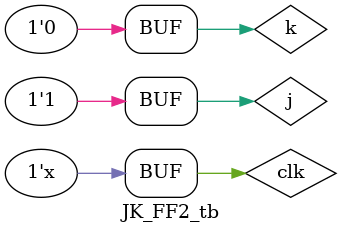
<source format=v>

`timescale 1ns/1ns
module JK_FF2_tb;
 
reg j,k,clk;
wire q;
 
always
begin
	#10 clk = ~clk;
end
 
initial
begin
	clk = 0;
	j =	1'b0;
	k = 1'b0;
	#30 j = 1'b0; k = 1'b1;    
	#20 j = 1'b1; k = 1'b0;
	#20 j = 1'b1; k = 1'b1;
	#20 j = 1'b1; k = 1'b0;
end
 
JK_FF2 i(
.j(j), 
.k(k), 
.clk(clk), 
.q(q)
);
endmodule

</source>
